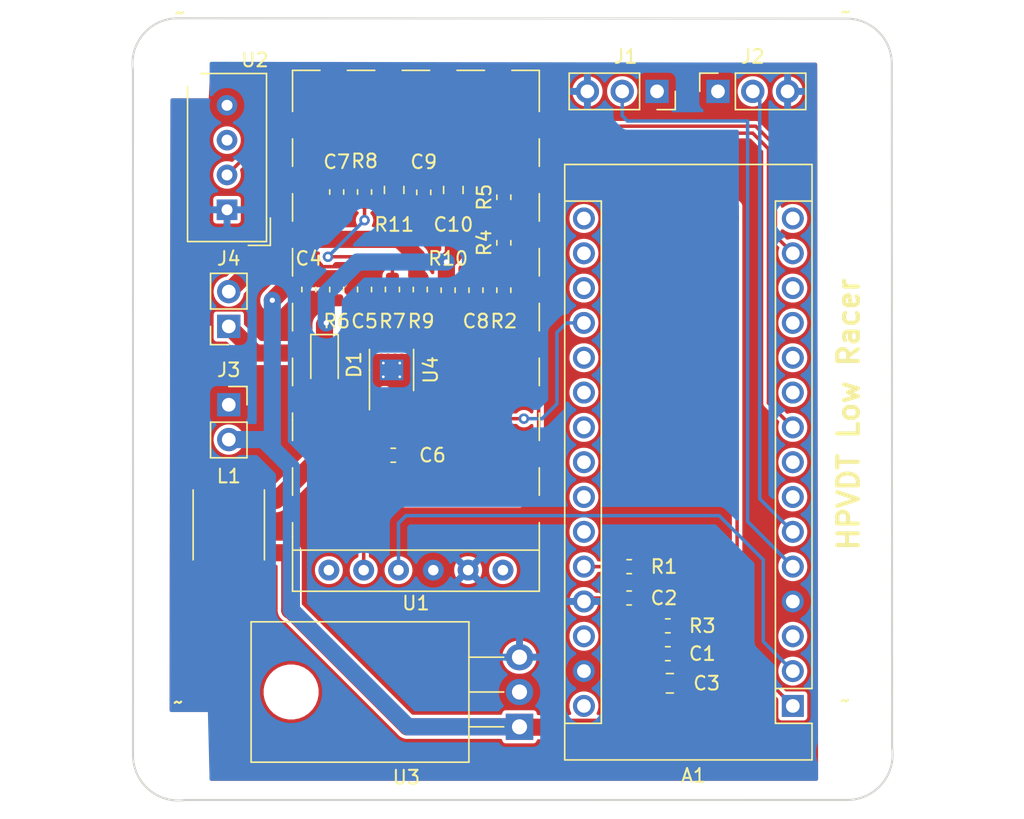
<source format=kicad_pcb>
(kicad_pcb (version 20221018) (generator pcbnew)
  (layers (0 "F.Cu" signal) (31 "B.Cu" signal) (34 "B.Paste" user) (35 "F.Paste" user) (36 "B.SilkS" user "B.Silkscreen") (37 "F.SilkS" user "F.Silkscreen") (38 "B.Mask" user) (39 "F.Mask" user) (44 "Edge.Cuts" user))
  (net 0 "")
  (net 1 "Net-(A1-Pad14)")
  (net 2 "Earth")
  (net 3 "+5V")
  (net 4 "Net-(A1-Pad26)")
  (net 5 "Net-(A1-Pad9)")
  (net 6 "Net-(A1-Pad6)")
  (net 7 "Net-(A1-Pad5)")
  (net 8 "Net-(A1-Pad19)")
  (net 9 "Net-(A1-Pad2)")
  (net 10 "Net-(A1-Pad1)")
  (net 11 "+12V")
  (net 12 "Net-(C5-Pad1)")
  (net 13 "Net-(C6-Pad1)")
  (net 14 "Net-(C7-Pad1)")
  (net 15 "Net-(C8-Pad1)")
  (net 16 "Net-(C10-Pad1)")
  (net 17 "Net-(D1-Pad2)")
  (net 18 "Net-(J4-Pad2)")
  (net 19 "Net-(R4-Pad2)")
  (net 20 "Net-(R7-Pad2)")
  (net 21 "Net-(A1-Pad16)")
  (net 22 "Net-(A1-Pad15)")
  (net 23 "Net-(A1-Pad30)")
  (net 24 "Net-(A1-Pad13)")
  (net 25 "Net-(A1-Pad28)")
  (net 26 "Net-(A1-Pad12)")
  (net 27 "Net-(A1-Pad11)")
  (net 28 "Net-(A1-Pad10)")
  (net 29 "Net-(A1-Pad25)")
  (net 30 "Net-(A1-Pad24)")
  (net 31 "Net-(A1-Pad8)")
  (net 32 "Net-(A1-Pad23)")
  (net 33 "Net-(A1-Pad7)")
  (net 34 "Net-(A1-Pad22)")
  (net 35 "Net-(A1-Pad21)")
  (net 36 "Net-(A1-Pad20)")
  (net 37 "Net-(A1-Pad3)")
  (net 38 "Net-(A1-Pad18)")
  (net 39 "Net-(A1-Pad17)")
  (net 40 "Net-(U2-Pad3)")
  (net 41 "Net-(U1-Pad1)")
  (net 42 "Net-(U1-Pad6)")
  (footprint "Module:Arduino_Nano" (layer "F.Cu") (at 189.484 91.186 180)
    (fp_text reference "A1" (at 7.239 -5.08) (layer "F.SilkS"))
    (fp_text value "Arduino_Nano_v3.x")
    (fp_line (start -1.4 -3.94) (end -1.4 -1.27) (stroke (width 0.12)) (layer "F.SilkS"))
    (fp_line (start -1.4 1.27) (end -1.4 39.5) (stroke (width 0.12)) (layer "F.SilkS"))
    (fp_line (start -1.4 39.5) (end 16.64 39.5) (stroke (width 0.12)) (layer "F.SilkS"))
    (fp_line (start 1.27 -1.27) (end -1.4 -1.27) (stroke (width 0.12)) (layer "F.SilkS"))
    (fp_line (start 1.27 1.27) (end -1.4 1.27) (stroke (width 0.12)) (layer "F.SilkS"))
    (fp_line (start 1.27 1.27) (end 1.27 -1.27) (stroke (width 0.12)) (layer "F.SilkS"))
    (fp_line (start 1.27 1.27) (end 1.27 36.83) (stroke (width 0.12)) (layer "F.SilkS"))
    (fp_line (start 1.27 36.83) (end -1.4 36.83) (stroke (width 0.12)) (layer "F.SilkS"))
    (fp_line (start 13.97 -1.27) (end 13.97 36.83) (stroke (width 0.12)) (layer "F.SilkS"))
    (fp_line (start 13.97 -1.27) (end 16.64 -1.27) (stroke (width 0.12)) (layer "F.SilkS"))
    (fp_line (start 13.97 36.83) (end 16.64 36.83) (stroke (width 0.12)) (layer "F.SilkS"))
    (fp_line (start 16.64 -3.94) (end -1.4 -3.94) (stroke (width 0.12)) (layer "F.SilkS"))
    (fp_line (start 16.64 39.5) (end 16.64 -3.94) (stroke (width 0.12)) (layer "F.SilkS"))
    (pad "1" thru_hole rect (at 0 0 180) (size 1.6 1.6) (drill 1) (layers "*.Cu" "*.Mask") (net 10 "Net-(A1-Pad1)"))
    (pad "2" thru_hole oval (at 0 2.54 180) (size 1.6 1.6) (drill 1) (layers "*.Cu" "*.Mask") (net 9 "Net-(A1-Pad2)"))
    (pad "3" thru_hole oval (at 0 5.08 180) (size 1.6 1.6) (drill 1) (layers "*.Cu" "*.Mask") (net 37 "Net-(A1-Pad3)"))
    (pad "4" thru_hole oval (at 0 7.62 180) (size 1.6 1.6) (drill 1) (layers "*.Cu" "*.Mask") (net 2 "Earth"))
    (pad "5" thru_hole oval (at 0 10.16 180) (size 1.6 1.6) (drill 1) (layers "*.Cu" "*.Mask") (net 7 "Net-(A1-Pad5)"))
    (pad "6" thru_hole oval (at 0 12.7 180) (size 1.6 1.6) (drill 1) (layers "*.Cu" "*.Mask") (net 6 "Net-(A1-Pad6)"))
    (pad "7" thru_hole oval (at 0 15.24 180) (size 1.6 1.6) (drill 1) (layers "*.Cu" "*.Mask") (net 33 "Net-(A1-Pad7)"))
    (pad "8" thru_hole oval (at 0 17.78 180) (size 1.6 1.6) (drill 1) (layers "*.Cu" "*.Mask") (net 31 "Net-(A1-Pad8)"))
    (pad "9" thru_hole oval (at 0 20.32 180) (size 1.6 1.6) (drill 1) (layers "*.Cu" "*.Mask") (net 5 "Net-(A1-Pad9)"))
    (pad "10" thru_hole oval (at 0 22.86 180) (size 1.6 1.6) (drill 1) (layers "*.Cu" "*.Mask") (net 28 "Net-(A1-Pad10)"))
    (pad "11" thru_hole oval (at 0 25.4 180) (size 1.6 1.6) (drill 1) (layers "*.Cu" "*.Mask") (net 27 "Net-(A1-Pad11)"))
    (pad "12" thru_hole oval (at 0 27.94 180) (size 1.6 1.6) (drill 1) (layers "*.Cu" "*.Mask") (net 26 "Net-(A1-Pad12)"))
    (pad "13" thru_hole oval (at 0 30.48 180) (size 1.6 1.6) (drill 1) (layers "*.Cu" "*.Mask") (net 24 "Net-(A1-Pad13)"))
    (pad "14" thru_hole oval (at 0 33.02 180) (size 1.6 1.6) (drill 1) (layers "*.Cu" "*.Mask") (net 1 "Net-(A1-Pad14)"))
    (pad "15" thru_hole oval (at 0 35.56 180) (size 1.6 1.6) (drill 1) (layers "*.Cu" "*.Mask") (net 22 "Net-(A1-Pad15)"))
    (pad "16" thru_hole oval (at 15.24 35.56 180) (size 1.6 1.6) (drill 1) (layers "*.Cu" "*.Mask") (net 21 "Net-(A1-Pad16)"))
    (pad "17" thru_hole oval (at 15.24 33.02 180) (size 1.6 1.6) (drill 1) (layers "*.Cu" "*.Mask") (net 39 "Net-(A1-Pad17)"))
    (pad "18" thru_hole oval (at 15.24 30.48 180) (size 1.6 1.6) (drill 1) (layers "*.Cu" "*.Mask") (net 38 "Net-(A1-Pad18)"))
    (pad "19" thru_hole oval (at 15.24 27.94 180) (size 1.6 1.6) (drill 1) (layers "*.Cu" "*.Mask") (net 8 "Net-(A1-Pad19)"))
    (pad "20" thru_hole oval (at 15.24 25.4 180) (size 1.6 1.6) (drill 1) (layers "*.Cu" "*.Mask") (net 36 "Net-(A1-Pad20)"))
    (pad "21" thru_hole oval (at 15.24 22.86 180) (size 1.6 1.6) (drill 1) (layers "*.Cu" "*.Mask") (net 35 "Net-(A1-Pad21)"))
    (pad "22" thru_hole oval (at 15.24 20.32 180) (size 1.6 1.6) (drill 1) (layers "*.Cu" "*.Mask") (net 34 "Net-(A1-Pad22)"))
    (pad "23" thru_hole oval (at 15.24 17.78 180) (size 1.6 1.6) (drill 1) (layers "*.Cu" "*.Mask") (net 32 "Net-(A1-Pad23)"))
    (pad "24" thru_hole oval (at 15.24 15.24 180) (size 1.6 1.6) (drill 1) (layers "*.Cu" "*.Mask") (net 30 "Net-(A1-Pad24)"))
    (pad "25" thru_hole oval (at 15.24 12.7 180) (size 1.6 1.6) (drill 1) (layers "*.Cu" "*.Mask") (net 29 "Net-(A1-Pad25)"))
    (pad "26" thru_hole oval (at 15.24 10.16 180) (size 1.6 1.6) (drill 1) (layers "*.Cu" "*.Mask") (net 4 "Net-(A1-Pad26)"))
    (pad "27" thru_hole oval (at 15.24 7.62 180) (size 1.6 1.6) (drill 1) (layers "*.Cu" "*.Mask") (net 3 "+5V"))
    (pad "28" thru_hole oval (at 15.24 5.08 180) (size 1.6 1.6) (drill 1) (layers "*.Cu" "*.Mask") (net 25 "Net-(A1-Pad28)"))
    (pad "29" thru_hole oval (at 15.24 2.54 180) (size 1.6 1.6) (drill 1) (layers "*.Cu" "*.Mask") (net 2 "Earth"))
    (pad "30" thru_hole oval (at 15.24 0 180) (size 1.6 1.6) (drill 1) (layers "*.Cu" "*.Mask") (net 23 "Net-(A1-Pad30)"))
  )
  (footprint "Capacitor_SMD:C_0603_1608Metric" (layer "F.Cu") (at 177.546 83.312)
    (fp_text reference "C2" (at 2.54 0) (layer "F.SilkS"))
    (fp_text value "10μF")
    (fp_line (start -0.162779 -0.51) (end 0.162779 -0.51) (stroke (width 0.12)) (layer "F.SilkS"))
    (fp_line (start -0.162779 0.51) (end 0.162779 0.51) (stroke (width 0.12)) (layer "F.SilkS"))
    (pad "1" smd roundrect (at -0.7875 0) (size 0.875 0.95) (layers "F.Cu" "F.Paste" "F.Mask") (net 3 "+5V"))
    (pad "2" smd roundrect (at 0.7875 0) (size 0.875 0.95) (layers "F.Cu" "F.Paste" "F.Mask") (net 2 "Earth"))
  )
  (footprint "Capacitor_SMD:C_0805_2012Metric" (layer "F.Cu") (at 180.5155 89.535)
    (fp_text reference "C3" (at 2.682 0) (layer "F.SilkS"))
    (fp_text value "22μF")
    (fp_line (start -0.258578 -0.71) (end 0.258578 -0.71) (stroke (width 0.12)) (layer "F.SilkS"))
    (fp_line (start -0.258578 0.71) (end 0.258578 0.71) (stroke (width 0.12)) (layer "F.SilkS"))
    (pad "1" smd roundrect (at -0.9375 0) (size 0.975 1.4) (layers "F.Cu" "F.Paste" "F.Mask") (net 11 "+12V"))
    (pad "2" smd roundrect (at 0.9375 0) (size 0.975 1.4) (layers "F.Cu" "F.Paste" "F.Mask") (net 2 "Earth"))
  )
  (footprint "Capacitor_SMD:C_0603_1608Metric" (layer "F.Cu") (at 154.178 60.8075 -90)
    (fp_text reference "C4" (at -2.2605 0) (layer "F.SilkS"))
    (fp_text value "1μF")
    (fp_line (start -0.162779 -0.51) (end 0.162779 -0.51) (stroke (width 0.12)) (layer "F.SilkS"))
    (fp_line (start -0.162779 0.51) (end 0.162779 0.51) (stroke (width 0.12)) (layer "F.SilkS"))
    (pad "1" smd roundrect (at -0.7875 0 270) (size 0.875 0.95) (layers "F.Cu" "F.Paste" "F.Mask") (net 11 "+12V"))
    (pad "2" smd roundrect (at 0.7875 0 270) (size 0.875 0.95) (layers "F.Cu" "F.Paste" "F.Mask") (net 2 "Earth"))
  )
  (footprint "Capacitor_SMD:C_0603_1608Metric" (layer "F.Cu") (at 156.21 53.6955 90)
    (fp_text reference "C7" (at 2.197 0 180) (layer "F.SilkS"))
    (fp_text value "1μF")
    (fp_line (start -0.162779 -0.51) (end 0.162779 -0.51) (stroke (width 0.12)) (layer "F.SilkS"))
    (fp_line (start -0.162779 0.51) (end 0.162779 0.51) (stroke (width 0.12)) (layer "F.SilkS"))
    (pad "1" smd roundrect (at -0.7875 0 90) (size 0.875 0.95) (layers "F.Cu" "F.Paste" "F.Mask") (net 14 "Net-(C7-Pad1)"))
    (pad "2" smd roundrect (at 0.7875 0 90) (size 0.875 0.95) (layers "F.Cu" "F.Paste" "F.Mask") (net 2 "Earth"))
  )
  (footprint "Capacitor_SMD:C_0603_1608Metric" (layer "F.Cu") (at 166.37 60.8585 90)
    (fp_text reference "C8" (at -2.2605 0 180) (layer "F.SilkS"))
    (fp_text value "10nF")
    (fp_line (start -0.162779 -0.51) (end 0.162779 -0.51) (stroke (width 0.12)) (layer "F.SilkS"))
    (fp_line (start -0.162779 0.51) (end 0.162779 0.51) (stroke (width 0.12)) (layer "F.SilkS"))
    (pad "1" smd roundrect (at -0.7875 0 90) (size 0.875 0.95) (layers "F.Cu" "F.Paste" "F.Mask") (net 15 "Net-(C8-Pad1)"))
    (pad "2" smd roundrect (at 0.7875 0 90) (size 0.875 0.95) (layers "F.Cu" "F.Paste" "F.Mask") (net 2 "Earth"))
  )
  (footprint "Connector_PinSocket_2.54mm:PinSocket_1x03_P2.54mm_Vertical" (layer "F.Cu") (at 179.578 46.355 -90)
    (fp_text reference "J1" (at -2.54 2.286 180) (layer "F.SilkS"))
    (fp_text value "Speed")
    (fp_line (start -1.33 1.27) (end -1.33 6.41) (stroke (width 0.12)) (layer "F.SilkS"))
    (fp_line (start -1.33 1.27) (end 1.33 1.27) (stroke (width 0.12)) (layer "F.SilkS"))
    (fp_line (start -1.33 6.41) (end 1.33 6.41) (stroke (width 0.12)) (layer "F.SilkS"))
    (fp_line (start 0 -1.33) (end 1.33 -1.33) (stroke (width 0.12)) (layer "F.SilkS"))
    (fp_line (start 1.33 -1.33) (end 1.33 0) (stroke (width 0.12)) (layer "F.SilkS"))
    (fp_line (start 1.33 1.27) (end 1.33 6.41) (stroke (width 0.12)) (layer "F.SilkS"))
    (pad "1" thru_hole rect (at 0 0 270) (size 1.7 1.7) (drill 1) (layers "*.Cu" "*.Mask") (net 2 "Earth"))
    (pad "2" thru_hole oval (at 0 2.54 270) (size 1.7 1.7) (drill 1) (layers "*.Cu" "*.Mask") (net 7 "Net-(A1-Pad5)"))
    (pad "3" thru_hole oval (at 0 5.08 270) (size 1.7 1.7) (drill 1) (layers "*.Cu" "*.Mask") (net 3 "+5V"))
  )
  (footprint "Connector_PinSocket_2.54mm:PinSocket_1x03_P2.54mm_Vertical" (layer "F.Cu") (at 184.023 46.355 90)
    (fp_text reference "J2" (at 2.54 2.54 180) (layer "F.SilkS"))
    (fp_text value "Cadence")
    (fp_line (start -1.33 1.27) (end -1.33 6.41) (stroke (width 0.12)) (layer "F.SilkS"))
    (fp_line (start -1.33 1.27) (end 1.33 1.27) (stroke (width 0.12)) (layer "F.SilkS"))
    (fp_line (start -1.33 6.41) (end 1.33 6.41) (stroke (width 0.12)) (layer "F.SilkS"))
    (fp_line (start 0 -1.33) (end 1.33 -1.33) (stroke (width 0.12)) (layer "F.SilkS"))
    (fp_line (start 1.33 -1.33) (end 1.33 0) (stroke (width 0.12)) (layer "F.SilkS"))
    (fp_line (start 1.33 1.27) (end 1.33 6.41) (stroke (width 0.12)) (layer "F.SilkS"))
    (pad "1" thru_hole rect (at 0 0 90) (size 1.7 1.7) (drill 1) (layers "*.Cu" "*.Mask") (net 2 "Earth"))
    (pad "2" thru_hole oval (at 0 2.54 90) (size 1.7 1.7) (drill 1) (layers "*.Cu" "*.Mask") (net 6 "Net-(A1-Pad6)"))
    (pad "3" thru_hole oval (at 0 5.08 90) (size 1.7 1.7) (drill 1) (layers "*.Cu" "*.Mask") (net 3 "+5V"))
  )
  (footprint "Connector_PinSocket_2.54mm:PinSocket_1x02_P2.54mm_Vertical" (layer "F.Cu") (at 148.336 69.215)
    (fp_text reference "J3" (at 0 -2.54) (layer "F.SilkS"))
    (fp_text value "12V Battery Connector")
    (fp_line (start -1.33 1.27) (end -1.33 3.87) (stroke (width 0.12)) (layer "F.SilkS"))
    (fp_line (start -1.33 1.27) (end 1.33 1.27) (stroke (width 0.12)) (layer "F.SilkS"))
    (fp_line (start -1.33 3.87) (end 1.33 3.87) (stroke (width 0.12)) (layer "F.SilkS"))
    (fp_line (start 0 -1.33) (end 1.33 -1.33) (stroke (width 0.12)) (layer "F.SilkS"))
    (fp_line (start 1.33 -1.33) (end 1.33 0) (stroke (width 0.12)) (layer "F.SilkS"))
    (fp_line (start 1.33 1.27) (end 1.33 3.87) (stroke (width 0.12)) (layer "F.SilkS"))
    (pad "1" thru_hole rect (at 0 0) (size 1.7 1.7) (drill 1) (layers "*.Cu" "*.Mask") (net 2 "Earth"))
    (pad "2" thru_hole oval (at 0 2.54) (size 1.7 1.7) (drill 1) (layers "*.Cu" "*.Mask") (net 11 "+12V"))
  )
  (footprint "Inductor_SMD:L_Taiyo-Yuden_MD-5050" (layer "F.Cu") (at 148.336 77.978 90)
    (fp_text reference "L1" (at 3.556 0 180) (layer "F.SilkS"))
    (fp_text value "10μH")
    (fp_line (start -2.55 -2.6) (end 2.55 -2.6) (stroke (width 0.12)) (layer "F.SilkS"))
    (fp_line (start -2.55 2.6) (end 2.55 2.6) (stroke (width 0.12)) (layer "F.SilkS"))
    (pad "1" smd rect (at -1.8 0 90) (size 1.5 4.2) (layers "F.Cu" "F.Paste" "F.Mask") (net 11 "+12V"))
    (pad "2" smd rect (at 1.8 0 90) (size 1.5 4.2) (layers "F.Cu" "F.Paste" "F.Mask") (net 17 "Net-(D1-Pad2)"))
  )
  (footprint "Resistor_SMD:R_0603_1608Metric" (layer "F.Cu") (at 177.546 81.026)
    (fp_text reference "R1" (at 2.54 0) (layer "F.SilkS"))
    (fp_text value "10kΩ")
    (fp_line (start -0.162779 -0.51) (end 0.162779 -0.51) (stroke (width 0.12)) (layer "F.SilkS"))
    (fp_line (start -0.162779 0.51) (end 0.162779 0.51) (stroke (width 0.12)) (layer "F.SilkS"))
    (pad "1" smd roundrect (at -0.7875 0) (size 0.875 0.95) (layers "F.Cu" "F.Paste" "F.Mask") (net 4 "Net-(A1-Pad26)"))
    (pad "2" smd roundrect (at 0.7875 0) (size 0.875 0.95) (layers "F.Cu" "F.Paste" "F.Mask") (net 2 "Earth"))
  )
  (footprint "Resistor_SMD:R_0603_1608Metric" (layer "F.Cu") (at 168.402 60.8585 90)
    (fp_text reference "R2" (at -2.2605 0 180) (layer "F.SilkS"))
    (fp_text value "1kΩ")
    (fp_line (start -0.162779 -0.51) (end 0.162779 -0.51) (stroke (width 0.12)) (layer "F.SilkS"))
    (fp_line (start -0.162779 0.51) (end 0.162779 0.51) (stroke (width 0.12)) (layer "F.SilkS"))
    (pad "1" smd roundrect (at -0.7875 0 90) (size 0.875 0.95) (layers "F.Cu" "F.Paste" "F.Mask") (net 15 "Net-(C8-Pad1)"))
    (pad "2" smd roundrect (at 0.7875 0 90) (size 0.875 0.95) (layers "F.Cu" "F.Paste" "F.Mask") (net 2 "Earth"))
  )
  (footprint "Resistor_SMD:R_0603_1608Metric" (layer "F.Cu") (at 180.3655 85.344)
    (fp_text reference "R3" (at 2.5145 0) (layer "F.SilkS"))
    (fp_text value "20kΩ")
    (fp_line (start -0.162779 -0.51) (end 0.162779 -0.51) (stroke (width 0.12)) (layer "F.SilkS"))
    (fp_line (start -0.162779 0.51) (end 0.162779 0.51) (stroke (width 0.12)) (layer "F.SilkS"))
    (pad "1" smd roundrect (at -0.7875 0) (size 0.875 0.95) (layers "F.Cu" "F.Paste" "F.Mask") (net 11 "+12V"))
    (pad "2" smd roundrect (at 0.7875 0) (size 0.875 0.95) (layers "F.Cu" "F.Paste" "F.Mask") (net 4 "Net-(A1-Pad26)"))
  )
  (footprint "Resistor_SMD:R_0603_1608Metric" (layer "F.Cu") (at 160.274 60.8075 -90)
    (fp_text reference "R7" (at 2.3115 0 180) (layer "F.SilkS"))
    (fp_text value "56kΩ")
    (fp_line (start -0.162779 -0.51) (end 0.162779 -0.51) (stroke (width 0.12)) (layer "F.SilkS"))
    (fp_line (start -0.162779 0.51) (end 0.162779 0.51) (stroke (width 0.12)) (layer "F.SilkS"))
    (pad "1" smd roundrect (at -0.7875 0 270) (size 0.875 0.95) (layers "F.Cu" "F.Paste" "F.Mask") (net 14 "Net-(C7-Pad1)"))
    (pad "2" smd roundrect (at 0.7875 0 270) (size 0.875 0.95) (layers "F.Cu" "F.Paste" "F.Mask") (net 20 "Net-(R7-Pad2)"))
  )
  (footprint "Resistor_SMD:R_0603_1608Metric" (layer "F.Cu") (at 162.306 60.8075 -90)
    (fp_text reference "R9" (at 2.3115 -0.0635 180) (layer "F.SilkS"))
    (fp_text value "10kΩ")
    (fp_line (start -0.162779 -0.51) (end 0.162779 -0.51) (stroke (width 0.12)) (layer "F.SilkS"))
    (fp_line (start -0.162779 0.51) (end 0.162779 0.51) (stroke (width 0.12)) (layer "F.SilkS"))
    (pad "1" smd roundrect (at -0.7875 0 270) (size 0.875 0.95) (layers "F.Cu" "F.Paste" "F.Mask") (net 18 "Net-(J4-Pad2)"))
    (pad "2" smd roundrect (at 0.7875 0 270) (size 0.875 0.95) (layers "F.Cu" "F.Paste" "F.Mask") (net 20 "Net-(R7-Pad2)"))
  )
  (footprint "Resistor_SMD:R_0603_1608Metric" (layer "F.Cu") (at 164.338 60.8585 90)
    (fp_text reference "R10" (at 2.3115 0 180) (layer "F.SilkS"))
    (fp_text value "25kΩ")
    (fp_line (start -0.162779 -0.51) (end 0.162779 -0.51) (stroke (width 0.12)) (layer "F.SilkS"))
    (fp_line (start -0.162779 0.51) (end 0.162779 0.51) (stroke (width 0.12)) (layer "F.SilkS"))
    (pad "1" smd roundrect (at -0.7875 0 90) (size 0.875 0.95) (layers "F.Cu" "F.Paste" "F.Mask") (net 15 "Net-(C8-Pad1)"))
    (pad "2" smd roundrect (at 0.7875 0 90) (size 0.875 0.95) (layers "F.Cu" "F.Paste" "F.Mask") (net 16 "Net-(C10-Pad1)"))
  )
  (footprint "Resistor_SMD:R_0805_2012Metric" (layer "F.Cu") (at 160.401 53.5455 -90)
    (fp_text reference "R11" (at 2.525 0 180) (layer "F.SilkS"))
    (fp_text value "0.3Ω")
    (fp_line (start -0.258578 -0.71) (end 0.258578 -0.71) (stroke (width 0.12)) (layer "F.SilkS"))
    (fp_line (start -0.258578 0.71) (end 0.258578 0.71) (stroke (width 0.12)) (layer "F.SilkS"))
    (pad "1" smd roundrect (at -0.9375 0 270) (size 0.975 1.4) (layers "F.Cu" "F.Paste" "F.Mask") (net 2 "Earth"))
    (pad "2" smd roundrect (at 0.9375 0 270) (size 0.975 1.4) (layers "F.Cu" "F.Paste" "F.Mask") (net 18 "Net-(J4-Pad2)"))
  )
  (footprint "Resistor_SMD:R_0603_1608Metric" (layer "F.Cu") (at 158.242 53.6955 -90)
    (fp_text reference "R8" (at -2.2605 0 180) (layer "F.SilkS"))
    (fp_text value "100kΩ")
    (fp_line (start -0.162779 -0.51) (end 0.162779 -0.51) (stroke (width 0.12)) (layer "F.SilkS"))
    (fp_line (start -0.162779 0.51) (end 0.162779 0.51) (stroke (width 0.12)) (layer "F.SilkS"))
    (pad "1" smd roundrect (at -0.7875 0 270) (size 0.875 0.95) (layers "F.Cu" "F.Paste" "F.Mask") (net 5 "Net-(A1-Pad9)"))
    (pad "2" smd roundrect (at 0.7875 0 270) (size 0.875 0.95) (layers "F.Cu" "F.Paste" "F.Mask") (net 14 "Net-(C7-Pad1)"))
  )
  (footprint "Capacitor_SMD:C_0603_1608Metric" (layer "F.Cu") (at 160.3375 72.898)
    (fp_text reference "C6" (at 2.8575 0) (layer "F.SilkS"))
    (fp_text value "100nF")
    (fp_line (start -0.162779 -0.51) (end 0.162779 -0.51) (stroke (width 0.12)) (layer "F.SilkS"))
    (fp_line (start -0.162779 0.51) (end 0.162779 0.51) (stroke (width 0.12)) (layer "F.SilkS"))
    (pad "1" smd roundrect (at -0.7875 0) (size 0.875 0.95) (layers "F.Cu" "F.Paste" "F.Mask") (net 13 "Net-(C6-Pad1)"))
    (pad "2" smd roundrect (at 0.7875 0) (size 0.875 0.95) (layers "F.Cu" "F.Paste" "F.Mask") (net 2 "Earth"))
  )
  (footprint "Capacitor_SMD:C_0805_2012Metric" (layer "F.Cu") (at 164.719 53.5455 90)
    (fp_text reference "C10" (at -2.525 0 180) (layer "F.SilkS"))
    (fp_text value "22μF")
    (fp_line (start -0.258578 -0.71) (end 0.258578 -0.71) (stroke (width 0.12)) (layer "F.SilkS"))
    (fp_line (start -0.258578 0.71) (end 0.258578 0.71) (stroke (width 0.12)) (layer "F.SilkS"))
    (pad "1" smd roundrect (at -0.9375 0 90) (size 0.975 1.4) (layers "F.Cu" "F.Paste" "F.Mask") (net 16 "Net-(C10-Pad1)"))
    (pad "2" smd roundrect (at 0.9375 0 90) (size 0.975 1.4) (layers "F.Cu" "F.Paste" "F.Mask") (net 2 "Earth"))
  )
  (footprint "Resistor_SMD:R_0603_1608Metric" (layer "F.Cu") (at 156.21 60.8075 90)
    (fp_text reference "R6" (at -2.3115 0 180) (layer "F.SilkS"))
    (fp_text value "51Ω")
    (fp_line (start -0.162779 -0.51) (end 0.162779 -0.51) (stroke (width 0.12)) (layer "F.SilkS"))
    (fp_line (start -0.162779 0.51) (end 0.162779 0.51) (stroke (width 0.12)) (layer "F.SilkS"))
    (pad "1" smd roundrect (at -0.7875 0 90) (size 0.875 0.95) (layers "F.Cu" "F.Paste" "F.Mask") (net 12 "Net-(C5-Pad1)"))
    (pad "2" smd roundrect (at 0.7875 0 90) (size 0.875 0.95) (layers "F.Cu" "F.Paste" "F.Mask") (net 11 "+12V"))
  )
  (footprint "Connector_PinSocket_2.54mm:PinSocket_1x02_P2.54mm_Vertical" (layer "F.Cu") (at 148.336 63.5 180)
    (fp_text reference "J4" (at 0 4.953) (layer "F.SilkS"))
    (fp_text value "LED")
    (fp_line (start -1.33 1.27) (end -1.33 3.87) (stroke (width 0.12)) (layer "F.SilkS"))
    (fp_line (start -1.33 1.27) (end 1.33 1.27) (stroke (width 0.12)) (layer "F.SilkS"))
    (fp_line (start -1.33 3.87) (end 1.33 3.87) (stroke (width 0.12)) (layer "F.SilkS"))
    (fp_line (start 0 -1.33) (end 1.33 -1.33) (stroke (width 0.12)) (layer "F.SilkS"))
    (fp_line (start 1.33 -1.33) (end 1.33 0) (stroke (width 0.12)) (layer "F.SilkS"))
    (fp_line (start 1.33 1.27) (end 1.33 3.87) (stroke (width 0.12)) (layer "F.SilkS"))
    (pad "1" thru_hole rect (at 0 0 180) (size 1.7 1.7) (drill 1) (layers "*.Cu" "*.Mask") (net 16 "Net-(C10-Pad1)"))
    (pad "2" thru_hole oval (at 0 2.54 180) (size 1.7 1.7) (drill 1) (layers "*.Cu" "*.Mask") (net 18 "Net-(J4-Pad2)"))
  )
  (footprint "Sensor:Aosong_DHT11_5.5x12.0_P2.54mm" (layer "F.Cu") (at 148.209 54.991 180)
    (fp_text reference "U2" (at -2.032 10.922) (layer "F.SilkS"))
    (fp_text value "DHT11")
    (fp_line (start -3.16 -2.6) (end -3.16 -0.6) (stroke (width 0.12)) (layer "F.SilkS"))
    (fp_line (start -3.16 -2.6) (end -1.55 -2.6) (stroke (width 0.12)) (layer "F.SilkS"))
    (fp_line (start -2.88 9.94) (end -2.88 -2.31) (stroke (width 0.12)) (layer "F.SilkS"))
    (fp_line (start -2.87 -2.32) (end 2.87 -2.32) (stroke (width 0.12)) (layer "F.SilkS"))
    (fp_line (start 2.88 -2.32) (end 2.88 9.94) (stroke (width 0.12)) (layer "F.SilkS"))
    (fp_line (start 2.88 9.94) (end -2.88 9.94) (stroke (width 0.12)) (layer "F.SilkS"))
    (pad "1" thru_hole rect (at 0 0 180) (size 1.5 1.5) (drill 0.8) (layers "*.Cu" "*.Mask") (net 3 "+5V"))
    (pad "2" thru_hole circle (at 0 2.54 180) (size 1.5 1.5) (drill 0.8) (layers "*.Cu" "*.Mask") (net 1 "Net-(A1-Pad14)"))
    (pad "3" thru_hole circle (at 0 5.08 180) (size 1.5 1.5) (drill 0.8) (layers "*.Cu" "*.Mask") (net 40 "Net-(U2-Pad3)"))
    (pad "4" thru_hole circle (at 0 7.62 180) (size 1.5 1.5) (drill 0.8) (layers "*.Cu" "*.Mask") (net 2 "Earth"))
  )
  (footprint "Capacitor_SMD:C_0603_1608Metric" (layer "F.Cu") (at 180.3655 87.376)
    (fp_text reference "C1" (at 2.5145 0) (layer "F.SilkS"))
    (fp_text value "10μF")
    (fp_line (start -0.162779 -0.51) (end 0.162779 -0.51) (stroke (width 0.12)) (layer "F.SilkS"))
    (fp_line (start -0.162779 0.51) (end 0.162779 0.51) (stroke (width 0.12)) (layer "F.SilkS"))
    (pad "1" smd roundrect (at -0.7875 0) (size 0.875 0.95) (layers "F.Cu" "F.Paste" "F.Mask") (net 11 "+12V"))
    (pad "2" smd roundrect (at 0.7875 0) (size 0.875 0.95) (layers "F.Cu" "F.Paste" "F.Mask") (net 2 "Earth"))
  )
  (footprint "Capacitor_SMD:C_0603_1608Metric" (layer "F.Cu") (at 158.242 60.8075 90)
    (fp_text reference "C5" (at -2.3115 0 180) (layer "F.SilkS"))
    (fp_text value "220nF")
    (fp_line (start -0.162779 -0.51) (end 0.162779 -0.51) (stroke (width 0.12)) (layer "F.SilkS"))
    (fp_line (start -0.162779 0.51) (end 0.162779 0.51) (stroke (width 0.12)) (layer "F.SilkS"))
    (pad "1" smd roundrect (at -0.7875 0 90) (size 0.875 0.95) (layers "F.Cu" "F.Paste" "F.Mask") (net 12 "Net-(C5-Pad1)"))
    (pad "2" smd roundrect (at 0.7875 0 90) (size 0.875 0.95) (layers "F.Cu" "F.Paste" "F.Mask") (net 2 "Earth"))
  )
  (footprint "Resistor_SMD:R_0603_1608Metric" (layer "F.Cu") (at 168.402 54.0765 90)
    (fp_text reference "R5" (at 0 -1.43 90) (layer "F.SilkS"))
    (fp_text value "10kΩ")
    (fp_line (start -0.162779 -0.51) (end 0.162779 -0.51) (stroke (width 0.12)) (layer "F.SilkS"))
    (fp_line (start -0.162779 0.51) (end 0.162779 0.51) (stroke (width 0.12)) (layer "F.SilkS"))
    (pad "1" smd roundrect (at -0.7875 0 90) (size 0.875 0.95) (layers "F.Cu" "F.Paste" "F.Mask") (net 19 "Net-(R4-Pad2)"))
    (pad "2" smd roundrect (at 0.7875 0 90) (size 0.875 0.95) (layers "F.Cu" "F.Paste" "F.Mask") (net 10 "Net-(A1-Pad1)"))
  )
  (footprint "Resistor_SMD:R_0603_1608Metric" (layer "F.Cu") (at 168.402 57.404 90)
    (fp_text reference "R4" (at 0 -1.43 90) (layer "F.SilkS"))
    (fp_text value "20kΩ")
    (fp_line (start -0.162779 -0.51) (end 0.162779 -0.51) (stroke (width 0.12)) (layer "F.SilkS"))
    (fp_line (start -0.162779 0.51) (end 0.162779 0.51) (stroke (width 0.12)) (layer "F.SilkS"))
    (pad "1" smd roundrect (at -0.7875 0 90) (size 0.875 0.95) (layers "F.Cu" "F.Paste" "F.Mask") (net 2 "Earth"))
    (pad "2" smd roundrect (at 0.7875 0 90) (size 0.875 0.95) (layers "F.Cu" "F.Paste" "F.Mask") (net 19 "Net-(R4-Pad2)"))
  )
  (footprint "Package_TO_SOT_THT:TO-220-3_Horizontal_TabDown" (layer "F.Cu") (at 169.545 92.71 90)
    (fp_text reference "U3" (at -3.683 -8.255 180) (layer "F.SilkS"))
    (fp_text value "L7805")
    (fp_line (start -2.58 -19.58) (end -2.58 -3.69) (stroke (width 0.12)) (layer "F.SilkS"))
    (fp_line (start -2.58 -19.58) (end 7.66 -19.58) (stroke (width 0.12)) (layer "F.SilkS"))
    (fp_line (start -2.58 -3.69) (end 7.66 -3.69) (stroke (width 0.12)) (layer "F.SilkS"))
    (fp_line (start 0 -3.69) (end 0 -1.15) (stroke (width 0.12)) (layer "F.SilkS"))
    (fp_line (start 2.54 -3.69) (end 2.54 -1.15) (stroke (width 0.12)) (layer "F.SilkS"))
    (fp_line (start 5.08 -3.69) (end 5.08 -1.15) (stroke (width 0.12)) (layer "F.SilkS"))
    (fp_line (start 7.66 -19.58) (end 7.66 -3.69) (stroke (width 0.12)) (layer "F.SilkS"))
    (pad "" np_thru_hole oval (at 2.54 -16.66 90) (size 3.5 3.5) (drill 3.5) (layers "*.Cu" "*.Mask"))
    (pad "1" thru_hole rect (at 0 0 90) (size 1.905 2) (drill 1.1) (layers "*.Cu" "*.Mask") (net 11 "+12V"))
    (pad "2" thru_hole oval (at 2.54 0 90) (size 1.905 2) (drill 1.1) (layers "*.Cu" "*.Mask") (net 2 "Earth"))
    (pad "3" thru_hole oval (at 5.08 0 90) (size 1.905 2) (drill 1.1) (layers "*.Cu" "*.Mask") (net 3 "+5V"))
  )
  (footprint "Diode_SMD:D_PowerDI-123" (layer "F.Cu") (at 155.321 66.294 -90)
    (fp_text reference "D1" (at 0 -2.159 90) (layer "F.SilkS"))
    (fp_text value "D_Zener")
    (fp_line (start -2.2 1) (end -2.2 -1) (stroke (width 0.12)) (layer "F.SilkS"))
    (fp_line (start -2.2 1) (end 1 1) (stroke (width 0.12)) (layer "F.SilkS"))
    (fp_line (start 1 -1) (end -2.2 -1) (stroke (width 0.12)) (layer "F.SilkS"))
    (pad "1" smd rect (at -0.85 0 90) (size 2.4 1.5) (layers "F.Cu" "F.Paste" "F.Mask") (net 16 "Net-(C10-Pad1)"))
    (pad "2" smd rect (at 1.525 0 90) (size 1.05 1.5) (layers "F.Cu" "F.Paste" "F.Mask") (net 17 "Net-(D1-Pad2)"))
  )
  (footprint "low_racer_parts:HC-05" (layer "F.Cu") (at 161.9885 83.82 180)
    (fp_text reference "U1" (at 0 0.127) (layer "F.SilkS"))
    (fp_text value "HC-05")
    (fp_line (start -9 4) (end -9 1) (stroke (width 0.12)) (layer "F.SilkS"))
    (fp_line (start -9 4) (end -9 6) (stroke (width 0.12)) (layer "F.SilkS"))
    (fp_line (start -9 8) (end -9 10) (stroke (width 0.12)) (layer "F.SilkS"))
    (fp_line (start -9 12) (end -9 14) (stroke (width 0.12)) (layer "F.SilkS"))
    (fp_line (start -9 16) (end -9 18) (stroke (width 0.12)) (layer "F.SilkS"))
    (fp_line (start -9 20) (end -9 22) (stroke (width 0.12)) (layer "F.SilkS"))
    (fp_line (start -9 24) (end -9 26) (stroke (width 0.12)) (layer "F.SilkS"))
    (fp_line (start -9 28) (end -9 30) (stroke (width 0.12)) (layer "F.SilkS"))
    (fp_line (start -9 34) (end -9 32) (stroke (width 0.12)) (layer "F.SilkS"))
    (fp_line (start -9 36) (end -9 39) (stroke (width 0.12)) (layer "F.SilkS"))
    (fp_line (start -9 39) (end -7 39) (stroke (width 0.12)) (layer "F.SilkS"))
    (fp_line (start -3 39) (end -5 39) (stroke (width 0.12)) (layer "F.SilkS"))
    (fp_line (start -1 39) (end 1 39) (stroke (width 0.12)) (layer "F.SilkS"))
    (fp_line (start 0 1) (end -9 1) (stroke (width 0.12)) (layer "F.SilkS"))
    (fp_line (start 3 39) (end 5 39) (stroke (width 0.12)) (layer "F.SilkS"))
    (fp_line (start 7 39) (end 9 39) (stroke (width 0.12)) (layer "F.SilkS"))
    (fp_line (start 9 1) (end 0 1) (stroke (width 0.12)) (layer "F.SilkS"))
    (fp_line (start 9 1) (end 9 5) (stroke (width 0.12)) (layer "F.SilkS"))
    (fp_line (start 9 4) (end -9 4) (stroke (width 0.12)) (layer "F.SilkS"))
    (fp_line (start 9 6) (end 9 5) (stroke (width 0.12)) (layer "F.SilkS"))
    (fp_line (start 9 8) (end 9 10) (stroke (width 0.12)) (layer "F.SilkS"))
    (fp_line (start 9 12) (end 9 13.5) (stroke (width 0.12)) (layer "F.SilkS"))
    (fp_line (start 9 14) (end 9 13.5) (stroke (width 0.12)) (layer "F.SilkS"))
    (fp_line (start 9 16) (end 9 18) (stroke (width 0.12)) (layer "F.SilkS"))
    (fp_line (start 9 20) (end 9 22) (stroke (width 0.12)) (layer "F.SilkS"))
    (fp_line (start 9 24) (end 9 26) (stroke (width 0.12)) (layer "F.SilkS"))
    (fp_line (start 9 28) (end 9 30) (stroke (width 0.12)) (layer "F.SilkS"))
    (fp_line (start 9 32) (end 9 34) (stroke (width 0.12)) (layer "F.SilkS"))
    (fp_line (start 9 36) (end 9 39) (stroke (width 0.12)) (layer "F.SilkS"))
    (pad "1" thru_hole circle (at -6.35 2.54 180) (size 1.524 1.524) (drill 0.762) (layers "*.Cu" "*.Mask") (net 41 "Net-(U1-Pad1)"))
    (pad "2" thru_hole circle (at -3.81 2.54 180) (size 1.524 1.524) (drill 0.762) (layers "*.Cu" "*.Mask") (net 3 "+5V"))
    (pad "3" thru_hole circle (at -1.27 2.54 180) (size 1.524 1.524) (drill 0.762) (layers "*.Cu" "*.Mask") (net 2 "Earth"))
    (pad "4" thru_hole circle (at 1.27 2.54 180) (size 1.524 1.524) (drill 0.762) (layers "*.Cu" "*.Mask") (net 9 "Net-(A1-Pad2)"))
    (pad "5" thru_hole circle (at 3.81 2.54 180) (size 1.524 1.524) (drill 0.762) (layers "*.Cu" "*.Mask") (net 19 "Net-(R4-Pad2)"))
    (pad "6" thru_hole circle (at 6.35 2.54 180) (size 1.524 1.524) (drill 0.762) (layers "*.Cu" "*.Mask") (net 42 "Net-(U1-Pad6)"))
  )
  (footprint "Capacitor_SMD:C_0603_1608Metric" (layer "F.Cu") (at 162.56 53.721 90)
    (fp_text reference "C9" (at 2.2225 0 180) (layer "F.SilkS"))
    (fp_text value "100nF")
    (fp_line (start -0.162779 -0.51) (end 0.162779 -0.51) (stroke (width 0.12)) (layer "F.SilkS"))
    (fp_line (start -0.162779 0.51) (end 0.162779 0.51) (stroke (width 0.12)) (layer "F.SilkS"))
    (pad "1" smd roundrect (at -0.7875 0 90) (size 0.875 0.95) (layers "F.Cu" "F.Paste" "F.Mask") (net 16 "Net-(C10-Pad1)"))
    (pad "2" smd roundrect (at 0.7875 0 90) (size 0.875 0.95) (layers "F.Cu" "F.Paste" "F.Mask") (net 2 "Earth"))
  )
  (footprint "Package_SO:MSOP-10-1EP_3x3mm_P0.5mm_EP1.73x1.98mm_ThermalVias" (layer "F.Cu") (at 160.2105 66.675 90)
    (fp_text reference "U4" (at 0 2.8575 90) (layer "F.SilkS"))
    (fp_text value "IS31LT3505")
    (fp_line (start 0 -1.61) (end -2.9 -1.61) (stroke (width 0.12)) (layer "F.SilkS"))
    (fp_line (start 0 -1.61) (end 1.5 -1.61) (stroke (width 0.12)) (layer "F.SilkS"))
    (fp_line (start 0 1.61) (end -1.5 1.61) (stroke (width 0.12)) (layer "F.SilkS"))
    (fp_line (start 0 1.61) (end 1.5 1.61) (stroke (width 0.12)) (layer "F.SilkS"))
    (pad "1" smd roundrect (at -2.1625 -1 90) (size 1.475 0.3) (layers "F.Cu" "F.Paste" "F.Mask") (net 2 "Earth"))
    (pad "2" smd roundrect (at -2.1625 -0.5 90) (size 1.475 0.3) (layers "F.Cu" "F.Paste" "F.Mask") (net 13 "Net-(C6-Pad1)"))
    (pad "3" smd roundrect (at -2.1625 0 90) (size 1.475 0.3) (layers "F.Cu" "F.Paste" "F.Mask") (net 2 "Earth"))
    (pad "4" smd roundrect (at -2.1625 0.5 90) (size 1.475 0.3) (layers "F.Cu" "F.Paste" "F.Mask") (net 8 "Net-(A1-Pad19)"))
    (pad "5" smd roundrect (at -2.1625 1 90) (size 1.475 0.3) (layers "F.Cu" "F.Paste" "F.Mask") (net 2 "Earth"))
    (pad "6" smd roundrect (at 2.1625 1 90) (size 1.475 0.3) (layers "F.Cu" "F.Paste" "F.Mask") (net 15 "Net-(C8-Pad1)"))
    (pad "7" smd roundrect (at 2.1625 0.5 90) (size 1.475 0.3) (layers "F.Cu" "F.Paste" "F.Mask") (net 20 "Net-(R7-Pad2)"))
    (pad "8" smd roundrect (at 2.1625 0 90) (size 1.475 0.3) (layers "F.Cu" "F.Paste" "F.Mask"))
    (pad "9" smd roundrect (at 2.1625 -0.5 90) (size 1.475 0.3) (layers "F.Cu" "F.Paste" "F.Mask") (net 12 "Net-(C5-Pad1)"))
    (pad "10" smd roundrect (at 2.1625 -1 90) (size 1.475 0.3) (layers "F.Cu" "F.Paste" "F.Mask") (net 17 "Net-(D1-Pad2)"))
    (pad "11" thru_hole circle (at -0.5 -0.6 90) (size 0.5 0.5) (drill 0.2) (layers "*.Cu") (net 2 "Earth"))
    (pad "11" thru_hole circle (at -0.5 0.6 90) (size 0.5 0.5) (drill 0.2) (layers "*.Cu") (net 2 "Earth"))
    (pad "11" smd rect (at 0 0 90) (size 1.5 1.7) (layers "B.Cu") (net 2 "Earth"))
    (pad "11" smd rect (at 0 0 90) (size 1.73 1.98) (layers "F.Cu" "F.Mask") (net 2 "Earth"))
    (pad "11" thru_hole circle (at 0.5 -0.6 90) (size 0.5 0.5) (drill 0.2) (layers "*.Cu") (net 2 "Earth"))
    (pad "11" thru_hole circle (at 0.5 0.6 90) (size 0.5 0.5) (drill 0.2) (layers "*.Cu") (net 2 "Earth"))
  )
  (footprint "MountingHole:MountingHole_3.2mm_M3_ISO7380" (layer "F.Cu") (at 144.653 94.742)
    (fp_text reference "~" (at 0 -3.85) (layer "F.SilkS"))
    (fp_text value "MountingHole_3.2mm_M3_ISO7380")
    (pad "" np_thru_hole circle (at 0 0) (size 3.2 3.2) (drill 3.2) (layers "*.Cu" "*.Mask"))
  )
  (footprint "MountingHole:MountingHole_3.2mm_M3_ISO7380" (layer "F.Cu") (at 193.294 94.615)
    (fp_text reference "~" (at 0 -3.85) (layer "F.SilkS"))
    (fp_text value "MountingHole_3.2mm_M3_ISO7380")
    (pad "" np_thru_hole circle (at 0 0) (size 3.2 3.2) (drill 3.2) (layers "*.Cu" "*.Mask"))
  )
  (footprint "MountingHole:MountingHole_3.2mm_M3_ISO7380" (layer "F.Cu") (at 193.3575 44.3865)
    (fp_text reference "~" (at 0 -3.85) (layer "F.SilkS"))
    (fp_text value "MountingHole_3.2mm_M3_ISO7380")
    (pad "" np_thru_hole circle (at 0 0) (size 3.2 3.2) (drill 3.2) (layers "*.Cu" "*.Mask"))
  )
  (footprint "MountingHole:MountingHole_3.2mm_M3_ISO7380" (layer "F.Cu") (at 144.78 44.45)
    (fp_text reference "~" (at 0 -3.85) (layer "F.SilkS"))
    (fp_text value "MountingHole_3.2mm_M3_ISO7380")
    (pad "" np_thru_hole circle (at 0 0) (size 3.2 3.2) (drill 3.2) (layers "*.Cu" "*.Mask"))
  )
  (gr_line (start 193.421 98.044) (end 145.142556 98.047972) (stroke (width 0.15)) (layer "Edge.Cuts"))
  (gr_arc (start 193.292845 41.046024) (mid 195.689983 41.964807) (end 196.704556 44.323) (stroke (width 0.15)) (layer "Edge.Cuts"))
  (gr_line (start 193.294815 41.045959) (end 144.653 41.021) (stroke (width 0.15)) (layer "Edge.Cuts"))
  (gr_line (start 196.726972 94.252444) (end 196.704556 44.323) (stroke (width 0.15)) (layer "Edge.Cuts"))
  (gr_arc (start 141.346829 44.811228) (mid 142.124249 42.152281) (end 144.653 41.021) (stroke (width 0.15)) (layer "Edge.Cuts"))
  (gr_line (start 141.351 94.742) (end 141.347028 44.812556) (stroke (width 0.15)) (layer "Edge.Cuts"))
  (gr_arc (start 196.727171 94.253772) (mid 195.949751 96.912719) (end 193.421 98.044) (stroke (width 0.15)) (layer "Edge.Cuts"))
  (gr_arc (start 145.141228 98.048171) (mid 142.482281 97.270751) (end 141.351 94.742) (stroke (width 0.15)) (layer "Edge.Cuts"))
  (gr_text "HPVDT Low Racer" (at 193.548 69.9135 90) (layer "F.SilkS") (effects (font (size 1.5 1.5) (thickness 0.3))))
  (segment (start 188.214 56.896) (end 188.213999 50.335565) (width 0.254) (layer "F.Cu") (net 1))
  (segment (start 186.773434 48.895) (end 152.654 48.895) (width 0.254) (layer "F.Cu") (net 1))
  (segment (start 188.213999 50.335565) (end 186.773434 48.895) (width 0.254) (layer "F.Cu") (net 1))
  (segment (start 151.765 48.895) (end 152.654 48.895) (width 0.254) (layer "F.Cu") (net 1))
  (segment (start 189.484 58.166) (end 188.214 56.896) (width 0.254) (layer "F.Cu") (net 1))
  (segment (start 152.654 48.895) (end 152.4 48.895) (width 0.254) (layer "F.Cu") (net 1))
  (segment (start 148.209 52.451) (end 151.765 48.895) (width 0.254) (layer "F.Cu") (net 1))
  (segment (start 150.4315 62.992) (end 150.4315 62.2935) (width 0.254) (layer "F.Cu") (net 2))
  (segment (start 158.242 60.02) (end 158.242 59.944) (width 0.254) (layer "F.Cu") (net 2))
  (segment (start 152.25051 59.14099) (end 157.36299 59.14099) (width 0.254) (layer "F.Cu") (net 2))
  (segment (start 152.3365 63.0555) (end 151.728394 63.0555) (width 0.254) (layer "F.Cu") (net 2))
  (segment (start 148.7805 62.2935) (end 147.385298 62.2935) (width 0.254) (layer "F.Cu") (net 2))
  (segment (start 154.178 61.595) (end 152.7175 63.0555) (width 0.254) (layer "F.Cu") (net 2))
  (segment (start 150.495 63.0555) (end 150.4315 62.992) (width 0.254) (layer "F.Cu") (net 2))
  (segment (start 160.2105 68.1) (end 160.46451 67.84599) (width 0.254) (layer "F.Cu") (net 2))
  (segment (start 152.7175 63.0555) (end 152.3365 63.0555) (width 0.254) (layer "F.Cu") (net 2))
  (segment (start 161.2105 68.1) (end 161.2105 68.8375) (width 0.254) (layer "F.Cu") (net 2))
  (segment (start 160.46451 67.84599) (end 160.95649 67.84599) (width 0.254) (layer "F.Cu") (net 2))
  (segment (start 150.4315 62.2935) (end 150.4315 60.96) (width 0.254) (layer "F.Cu") (net 2))
  (segment (start 152.3365 63.0555) (end 150.495 63.0555) (width 0.254) (layer "F.Cu") (net 2))
  (segment (start 160.2105 68.8375) (end 160.2105 68.1) (width 0.254) (layer "F.Cu") (net 2))
  (segment (start 160.95649 67.84599) (end 161.2105 68.1) (width 0.254) (layer "F.Cu") (net 2))
  (segment (start 150.4315 60.96) (end 152.25051 59.14099) (width 0.254) (layer "F.Cu") (net 2))
  (segment (start 150.4315 62.2935) (end 148.7805 62.2935) (width 0.254) (layer "F.Cu") (net 2))
  (segment (start 147.385298 62.2935) (end 145.923 62.2935) (width 0.254) (layer "F.Cu") (net 2))
  (segment (start 157.36299 59.14099) (end 158.242 60.02) (width 0.254) (layer "F.Cu") (net 2))
  (segment (start 174.498 83.566) (end 174.752 83.312) (width 0.254) (layer "F.Cu") (net 3))
  (segment (start 174.244 83.566) (end 174.498 83.566) (width 0.254) (layer "F.Cu") (net 3))
  (segment (start 174.752 83.312) (end 176.7585 83.312) (width 0.254) (layer "F.Cu") (net 3))
  (segment (start 176.7585 80.4165) (end 177.00501 80.16999) (width 0.254) (layer "F.Cu") (net 4))
  (segment (start 177.00501 80.16999) (end 181.13499 80.16999) (width 0.254) (layer "F.Cu") (net 4))
  (segment (start 181.153 80.188) (end 181.153 85.344) (width 0.254) (layer "F.Cu") (net 4))
  (segment (start 176.7585 81.026) (end 176.7585 80.4165) (width 0.254) (layer "F.Cu") (net 4))
  (segment (start 181.13499 80.16999) (end 181.153 80.188) (width 0.254) (layer "F.Cu") (net 4))
  (segment (start 176.7585 81.026) (end 174.244 81.026) (width 0.254) (layer "F.Cu") (net 4))
  (segment (start 161.747 49.403) (end 164.59198 49.403) (width 0.254) (layer "F.Cu") (net 5))
  (segment (start 186.56301 49.40301) (end 164.59199 49.40301) (width 0.254) (layer "F.Cu") (net 5))
  (segment (start 164.59199 49.40301) (end 162.94099 49.40301) (width 0.254) (layer "F.Cu") (net 5))
  (segment (start 158.242 52.908) (end 161.747 49.403) (width 0.254) (layer "F.Cu") (net 5))
  (segment (start 164.59198 49.403) (end 164.59199 49.40301) (width 0.254) (layer "F.Cu") (net 5))
  (segment (start 187.70599 50.54599) (end 186.56301 49.40301) (width 0.254) (layer "F.Cu") (net 5))
  (segment (start 187.70599 69.08799) (end 187.70599 50.54599) (width 0.254) (layer "F.Cu") (net 5))
  (segment (start 189.484 70.866) (end 187.70599 69.08799) (width 0.254) (layer "F.Cu") (net 5))
  (segment (start 189.484 78.486) (end 187.071 76.073) (width 0.254) (layer "B.Cu") (net 6))
  (segment (start 187.071 46.863) (end 186.563 46.355) (width 0.254) (layer "B.Cu") (net 6))
  (segment (start 187.071 76.073) (end 187.071 46.863) (width 0.254) (layer "B.Cu") (net 6))
  (segment (start 186.182 48.514) (end 177.419 48.514) (width 0.254) (layer "B.Cu") (net 7))
  (segment (start 177.419 48.514) (end 177.038 48.133) (width 0.254) (layer "B.Cu") (net 7))
  (segment (start 177.038 48.133) (end 177.038 46.355) (width 0.254) (layer "B.Cu") (net 7))
  (segment (start 189.484 81.026) (end 186.182 77.724) (width 0.254) (layer "B.Cu") (net 7))
  (segment (start 186.182 77.724) (end 186.182 48.514) (width 0.254) (layer "B.Cu") (net 7))
  (segment (start 160.7105 69.575) (end 160.7185 69.583) (width 0.254) (layer "F.Cu") (net 8))
  (segment (start 160.7185 69.583) (end 161.3665 70.231) (width 0.254) (layer "F.Cu") (net 8))
  (segment (start 160.7105 68.8375) (end 160.7105 69.575) (width 0.254) (layer "F.Cu") (net 8))
  (segment (start 161.3665 70.231) (end 169.8625 70.231) (width 0.254) (layer "F.Cu") (net 8))
  (via (at 169.8625 70.231) (size 0.762) (drill 0.381) (layers "F.Cu" "B.Cu") (net 8))
  (segment (start 172.974 63.246) (end 174.244 63.246) (width 0.254) (layer "B.Cu") (net 8))
  (segment (start 169.8625 70.231) (end 171.196 70.231) (width 0.254) (layer "B.Cu") (net 8))
  (segment (start 172.2755 69.1515) (end 172.2755 63.9445) (width 0.254) (layer "B.Cu") (net 8))
  (segment (start 172.2755 63.9445) (end 172.974 63.246) (width 0.254) (layer "B.Cu") (net 8))
  (segment (start 171.196 70.231) (end 172.2755 69.1515) (width 0.254) (layer "B.Cu") (net 8))
  (segment (start 189.484 88.646) (end 187.325 86.487) (width 0.254) (layer "B.Cu") (net 9))
  (segment (start 184.111999 77.304999) (end 161.264501 77.304999) (width 0.254) (layer "B.Cu") (net 9))
  (segment (start 160.7185 77.851) (end 160.7185 81.28) (width 0.254) (layer "B.Cu") (net 9))
  (segment (start 187.325 80.518) (end 184.111999 77.304999) (width 0.254) (layer "B.Cu") (net 9))
  (segment (start 161.264501 77.304999) (end 160.7185 77.851) (width 0.254) (layer "B.Cu") (net 9))
  (segment (start 187.325 86.487) (end 187.325 80.518) (width 0.254) (layer "B.Cu") (net 9))
  (segment (start 183.972 53.289) (end 185.42 54.737) (width 0.254) (layer "F.Cu") (net 10))
  (segment (start 168.402 53.289) (end 183.972 53.289) (width 0.254) (layer "F.Cu") (net 10))
  (segment (start 189.484 91.186) (end 185.42 87.122) (width 0.254) (layer "F.Cu") (net 10))
  (segment (start 185.42 87.122) (end 185.42 55.753) (width 0.254) (layer "F.Cu") (net 10))
  (segment (start 185.42 54.737) (end 185.42 55.753) (width 0.254) (layer "F.Cu") (net 10))
  (segment (start 185.42 55.753) (end 185.42 55.499) (width 0.254) (layer "F.Cu") (net 10))
  (segment (start 154.178 60.02) (end 153.086 60.02) (width 1.25) (layer "F.Cu") (net 11))
  (segment (start 179.579999 92.738001) (end 179.6565 92.6615) (width 1.25) (layer "F.Cu") (net 11))
  (segment (start 156.21 60.02) (end 154.178 60.02) (width 1.25) (layer "F.Cu") (net 11))
  (segment (start 152.781 80.01) (end 152.781 84.201) (width 1.25) (layer "F.Cu") (net 11))
  (segment (start 179.6565 92.6615) (end 179.452999 92.865001) (width 1.25) (layer "F.Cu") (net 11))
  (segment (start 152.8445 84.201) (end 161.3535 92.71) (width 1.25) (layer "F.Cu") (net 11))
  (segment (start 179.578 87.376) (end 179.578 85.344) (width 1.25) (layer "F.Cu") (net 11))
  (segment (start 179.6565 89.6135) (end 179.578 89.535) (width 1.25) (layer "F.Cu") (net 11))
  (segment (start 152.781 84.201) (end 152.8445 84.201) (width 1.25) (layer "F.Cu") (net 11))
  (segment (start 169.545 92.71) (end 169.573001 92.738001) (width 1.25) (layer "F.Cu") (net 11))
  (segment (start 161.3535 92.71) (end 169.545 92.71) (width 1.25) (layer "F.Cu") (net 11))
  (segment (start 153.086 60.02) (end 151.511 61.595) (width 1.25) (layer "F.Cu") (net 11))
  (segment (start 179.578 89.535) (end 179.578 87.376) (width 1.25) (layer "F.Cu") (net 11))
  (segment (start 148.568 80.01) (end 152.781 80.01) (width 1.25) (layer "F.Cu") (net 11))
  (segment (start 179.6565 92.6615) (end 179.6565 89.6135) (width 1.25) (layer "F.Cu") (net 11))
  (segment (start 169.573001 92.738001) (end 179.579999 92.738001) (width 1.25) (layer "F.Cu") (net 11))
  (segment (start 148.336 79.778) (end 148.568 80.01) (width 1.25) (layer "F.Cu") (net 11))
  (via (at 151.511 61.595) (size 0.762) (drill 0.381) (layers "F.Cu" "B.Cu") (net 11))
  (segment (start 152.908 84.201) (end 152.908 73.787) (width 1.25) (layer "B.Cu") (net 11))
  (segment (start 151.511 61.595) (end 151.511 72.009) (width 1.25) (layer "B.Cu") (net 11))
  (segment (start 152.908 73.787) (end 151.3205 72.1995) (width 1.25) (layer "B.Cu") (net 11))
  (segment (start 151.3205 72.1995) (end 150.876 71.755) (width 1.25) (layer "B.Cu") (net 11))
  (segment (start 161.417 92.71) (end 152.908 84.201) (width 1.25) (layer "B.Cu") (net 11))
  (segment (start 169.545 92.71) (end 161.417 92.71) (width 1.25) (layer "B.Cu") (net 11))
  (segment (start 150.876 71.755) (end 148.336 71.755) (width 1.25) (layer "B.Cu") (net 11))
  (segment (start 151.511 72.009) (end 151.3205 72.1995) (width 1.25) (layer "B.Cu") (net 11))
  (segment (start 159.7105 63.0635) (end 159.7105 64.5125) (width 0.254) (layer "F.Cu") (net 12))
  (segment (start 156.21 61.595) (end 158.242 61.595) (width 0.254) (layer "F.Cu") (net 12))
  (segment (start 158.242 61.595) (end 159.7105 63.0635) (width 0.254) (layer "F.Cu") (net 12))
  (segment (start 159.55 72.898) (end 159.7105 72.7375) (width 0.254) (layer "F.Cu") (net 13))
  (segment (start 159.7105 70.1075) (end 159.7105 68.8375) (width 0.254) (layer "F.Cu") (net 13))
  (segment (start 159.7105 72.7375) (end 159.7105 70.1075) (width 0.254) (layer "F.Cu") (net 13))
  (segment (start 160.274 59.182) (end 160.274 60.02) (width 0.254) (layer "F.Cu") (net 14))
  (segment (start 156.21 54.483) (end 158.242 54.483) (width 0.254) (layer "F.Cu") (net 14))
  (segment (start 155.575 58.42) (end 159.512 58.42) (width 0.254) (layer "F.Cu") (net 14))
  (segment (start 158.242 54.483) (end 158.242 55.753) (width 0.254) (layer "F.Cu") (net 14))
  (segment (start 159.512 58.42) (end 160.274 59.182) (width 0.254) (layer "F.Cu") (net 14))
  (via (at 158.242 55.753) (size 0.762) (drill 0.381) (layers "F.Cu" "B.Cu") (net 14))
  (via (at 155.575 58.42) (size 0.762) (drill 0.381) (layers "F.Cu" "B.Cu") (net 14))
  (segment (start 158.242 55.753) (end 155.575 58.42) (width 0.254) (layer "B.Cu") (net 14))
  (segment (start 164.338 61.646) (end 166.37 61.646) (width 0.254) (layer "F.Cu") (net 15))
  (segment (start 161.2105 63.643) (end 161.2105 64.5125) (width 0.254) (layer "F.Cu") (net 15))
  (segment (start 164.0205 63.1825) (end 161.671 63.1825) (width 0.254) (layer "F.Cu") (net 15))
  (segment (start 161.671 63.1825) (end 161.2105 63.643) (width 0.254) (layer "F.Cu") (net 15))
  (segment (start 164.338 62.865) (end 164.0205 63.1825) (width 0.254) (layer "F.Cu") (net 15))
  (segment (start 164.338 61.646) (end 164.338 62.865) (width 0.254) (layer "F.Cu") (net 15))
  (segment (start 166.37 61.646) (end 168.402 61.646) (width 0.254) (layer "F.Cu") (net 15))
  (segment (start 150.28 65.444) (end 155.321 65.444) (width 1.25) (layer "F.Cu") (net 16))
  (segment (start 164.211 58.801) (end 164.719 58.293) (width 1.25) (layer "F.Cu") (net 16))
  (segment (start 164.211 58.801) (end 164.211 59.944) (width 1.25) (layer "F.Cu") (net 16))
  (segment (start 164.211 59.944) (end 164.338 60.071) (width 1.25) (layer "F.Cu") (net 16))
  (segment (start 162.5855 54.483) (end 162.56 54.5085) (width 1.25) (layer "F.Cu") (net 16))
  (segment (start 155.321 63.373) (end 155.448 63.246) (width 1.25) (layer "F.Cu") (net 16))
  (segment (start 148.336 63.5) (end 150.28 65.444) (width 1.25) (layer "F.Cu") (net 16))
  (segment (start 164.719 54.483) (end 162.5855 54.483) (width 1.25) (layer "F.Cu") (net 16))
  (segment (start 164.719 58.293) (end 164.719 54.483) (width 1.25) (layer "F.Cu") (net 16))
  (segment (start 155.321 65.444) (end 155.321 63.373) (width 1.25) (layer "F.Cu") (net 16))
  (via (at 164.211 58.801) (size 0.762) (drill 0.381) (layers "F.Cu" "B.Cu") (net 16))
  (via (at 155.448 63.246) (size 0.762) (drill 0.381) (layers "F.Cu" "B.Cu") (net 16))
  (segment (start 155.448 61.087) (end 157.734 58.801) (width 1.25) (layer "B.Cu") (net 16))
  (segment (start 155.448 63.246) (end 155.448 61.087) (width 1.25) (layer "B.Cu") (net 16))
  (segment (start 157.734 58.801) (end 164.211 58.801) (width 1.25) (layer "B.Cu") (net 16))
  (segment (start 155.321 67.819) (end 155.321 72.644) (width 1.25) (layer "F.Cu") (net 17))
  (segment (start 157.6705 67.6275) (end 157.6705 65.5955) (width 1.25) (layer "F.Cu") (net 17))
  (segment (start 158.7535 64.5125) (end 158.80849 64.5125) (width 1.25) (layer "F.Cu") (net 17))
  (segment (start 155.321 72.644) (end 151.787 76.178) (width 1.25) (layer "F.Cu") (net 17))
  (segment (start 148.336 76.178) (end 151.787 76.178) (width 1.25) (layer "F.Cu") (net 17))
  (segment (start 155.321 67.819) (end 157.479 67.819) (width 1.25) (layer "F.Cu") (net 17))
  (segment (start 157.6705 65.5955) (end 158.7535 64.5125) (width 1.25) (layer "F.Cu") (net 17))
  (segment (start 157.479 67.819) (end 157.6705 67.6275) (width 1.25) (layer "F.Cu") (net 17))
  (segment (start 151.787 76.178) (end 152.146 75.819) (width 1.25) (layer "F.Cu") (net 17))
  (segment (start 160.9725 57.3405) (end 160.401 56.769) (width 1.25) (layer "F.Cu") (net 18))
  (segment (start 148.336 60.96) (end 152.146 57.15) (width 1.25) (layer "F.Cu") (net 18))
  (segment (start 162.052 59.766) (end 162.306 60.02) (width 1.25) (layer "F.Cu") (net 18))
  (segment (start 160.782 57.15) (end 160.9725 57.3405) (width 1.25) (layer "F.Cu") (net 18))
  (segment (start 160.401 56.769) (end 160.401 54.483) (width 1.25) (layer "F.Cu") (net 18))
  (segment (start 162.052 58.42) (end 160.9725 57.3405) (width 1.25) (layer "F.Cu") (net 18))
  (segment (start 162.052 58.42) (end 162.052 59.766) (width 1.25) (layer "F.Cu") (net 18))
  (segment (start 152.146 57.15) (end 160.782 57.15) (width 1.25) (layer "F.Cu") (net 18))
  (segment (start 170.942 58.039) (end 170.942 74.93) (width 0.254) (layer "F.Cu") (net 19))
  (segment (start 170.942 74.93) (end 169.545 76.327) (width 0.254) (layer "F.Cu") (net 19))
  (segment (start 158.1785 77.597) (end 158.1785 81.28) (width 0.254) (layer "F.Cu") (net 19))
  (segment (start 168.402 56.6165) (end 169.5195 56.6165) (width 0.254) (layer "F.Cu") (net 19))
  (segment (start 159.4485 76.327) (end 158.1785 77.597) (width 0.254) (layer "F.Cu") (net 19))
  (segment (start 168.402 54.864) (end 168.402 56.6165) (width 0.254) (layer "F.Cu") (net 19))
  (segment (start 169.5195 56.6165) (end 170.942 58.039) (width 0.254) (layer "F.Cu") (net 19))
  (segment (start 169.545 76.327) (end 159.4485 76.327) (width 0.254) (layer "F.Cu") (net 19))
  (segment (start 160.274 61.595) (end 162.306 61.595) (width 0.254) (layer "F.Cu") (net 20))
  (segment (start 160.7105 63.4285) (end 160.7105 64.5125) (width 0.254) (layer "F.Cu") (net 20))
  (segment (start 160.274 61.595) (end 160.7105 62.0315) (width 0.254) (layer "F.Cu") (net 20))
  (segment (start 160.7105 62.0315) (end 160.7105 63.4285) (width 0.254) (layer "F.Cu") (net 20))
  (zone (net 2) (net_name "Earth") (layer "F.Cu") (connect_pads yes (clearance 0.254)) (min_thickness 0.254) (fill yes (thermal_gap 0.508) (thermal_bridge_width 0.508))
    (polygon (pts (xy 191.3255 95.8215) (xy 191.3255 96.647) (xy 146.939 96.647) (xy 146.8755 91.6305) (xy 144.018 91.6305) (xy 144.0815 46.863) (xy 146.8755 46.863) (xy 147.0025 44.2595) (xy 191.262 44.2595)))
  )
  (zone (net 3) (net_name "+5V") (layer "B.Cu") (connect_pads (clearance 0.508)) (min_thickness 0.254) (fill yes (thermal_gap 0.508) (thermal_bridge_width 0.508))
    (polygon (pts (xy 191.262 44.2595) (xy 191.3255 96.647) (xy 146.939 96.647) (xy 146.812 91.6305) (xy 144.018 91.6305) (xy 144.0815 46.863) (xy 146.939 46.863) (xy 146.939 44.196)))
  )
)
</source>
